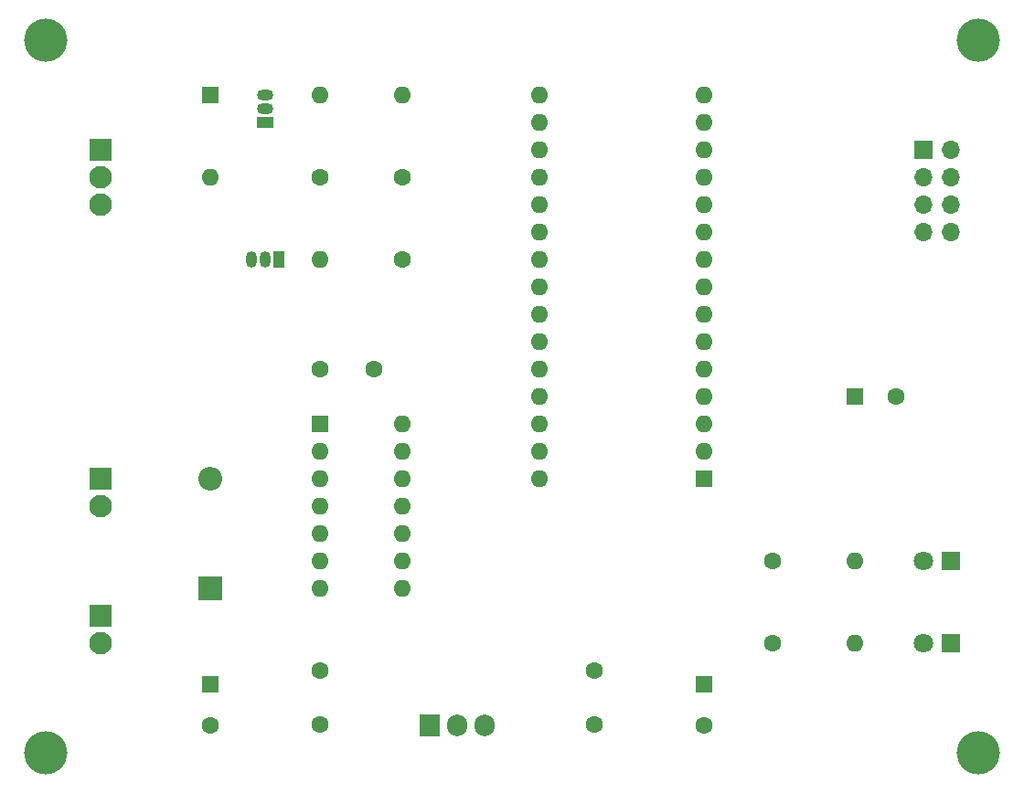
<source format=gbr>
%TF.GenerationSoftware,KiCad,Pcbnew,7.0.6*%
%TF.CreationDate,2023-08-10T18:19:11+02:00*%
%TF.ProjectId,ps2_mouse_to_serial_rev2,7073325f-6d6f-4757-9365-5f746f5f7365,rev?*%
%TF.SameCoordinates,Original*%
%TF.FileFunction,Soldermask,Bot*%
%TF.FilePolarity,Negative*%
%FSLAX46Y46*%
G04 Gerber Fmt 4.6, Leading zero omitted, Abs format (unit mm)*
G04 Created by KiCad (PCBNEW 7.0.6) date 2023-08-10 18:19:11*
%MOMM*%
%LPD*%
G01*
G04 APERTURE LIST*
%ADD10R,1.700000X1.700000*%
%ADD11O,1.700000X1.700000*%
%ADD12R,2.100000X2.100000*%
%ADD13C,2.100000*%
%ADD14R,1.600000X1.600000*%
%ADD15C,1.600000*%
%ADD16C,4.000500*%
%ADD17R,2.200000X2.200000*%
%ADD18O,2.200000X2.200000*%
%ADD19R,1.800000X1.800000*%
%ADD20C,1.800000*%
%ADD21O,1.600000X1.600000*%
%ADD22R,1.500000X1.050000*%
%ADD23O,1.500000X1.050000*%
%ADD24R,1.050000X1.500000*%
%ADD25O,1.050000X1.500000*%
%ADD26R,1.905000X2.000000*%
%ADD27O,1.905000X2.000000*%
G04 APERTURE END LIST*
D10*
%TO.C,J3*%
X109220000Y-38100000D03*
D11*
X111760000Y-38100000D03*
X109220000Y-40640000D03*
X111760000Y-40640000D03*
X109220000Y-43180000D03*
X111760000Y-43180000D03*
X109220000Y-45720000D03*
X111760000Y-45720000D03*
%TD*%
D12*
%TO.C,J1*%
X33020000Y-81280000D03*
D13*
X33020000Y-83820000D03*
%TD*%
D12*
%TO.C,J2*%
X33020000Y-38100000D03*
D13*
X33020000Y-40640000D03*
X33020000Y-43180000D03*
%TD*%
D14*
%TO.C,C4*%
X88900000Y-87640000D03*
D15*
X88900000Y-91440000D03*
%TD*%
D16*
%TO.C,*%
X27940000Y-27940000D03*
%TD*%
%TO.C,*%
X114300000Y-93980000D03*
%TD*%
D17*
%TO.C,D1*%
X43180000Y-78740000D03*
D18*
X43180000Y-68580000D03*
%TD*%
D19*
%TO.C,D2*%
X111760000Y-83820000D03*
D20*
X109220000Y-83820000D03*
%TD*%
D14*
%TO.C,U1*%
X53340000Y-63500000D03*
D21*
X53340000Y-66040000D03*
X53340000Y-68580000D03*
X53340000Y-71120000D03*
X53340000Y-73660000D03*
X53340000Y-76200000D03*
X53340000Y-78740000D03*
X60960000Y-78740000D03*
X60960000Y-76200000D03*
X60960000Y-73660000D03*
X60960000Y-71120000D03*
X60960000Y-68580000D03*
X60960000Y-66040000D03*
X60960000Y-63500000D03*
%TD*%
D14*
%TO.C,D3*%
X43180000Y-33020000D03*
D21*
X43180000Y-40640000D03*
%TD*%
D15*
%TO.C,R4*%
X60960000Y-40640000D03*
D21*
X60960000Y-33020000D03*
%TD*%
D15*
%TO.C,C2*%
X53340000Y-86360000D03*
X53340000Y-91360000D03*
%TD*%
%TO.C,R3*%
X53340000Y-40640000D03*
D21*
X53340000Y-33020000D03*
%TD*%
D19*
%TO.C,D4*%
X111760000Y-76200000D03*
D20*
X109220000Y-76200000D03*
%TD*%
D22*
%TO.C,U3*%
X48260000Y-35560000D03*
D23*
X48260000Y-34290000D03*
X48260000Y-33020000D03*
%TD*%
D16*
%TO.C,*%
X27940000Y-93980000D03*
%TD*%
D15*
%TO.C,R2*%
X60960000Y-48260000D03*
D21*
X53340000Y-48260000D03*
%TD*%
D15*
%TO.C,R5*%
X95250000Y-76200000D03*
D21*
X102870000Y-76200000D03*
%TD*%
D16*
%TO.C,*%
X114300000Y-27940000D03*
%TD*%
D15*
%TO.C,C3*%
X78740000Y-86360000D03*
X78740000Y-91360000D03*
%TD*%
D24*
%TO.C,Q1*%
X49530000Y-48260000D03*
D25*
X48260000Y-48260000D03*
X46990000Y-48260000D03*
%TD*%
D14*
%TO.C,A1*%
X88900000Y-68580000D03*
D21*
X88900000Y-66040000D03*
X88900000Y-63500000D03*
X88900000Y-60960000D03*
X88900000Y-58420000D03*
X88900000Y-55880000D03*
X88900000Y-53340000D03*
X88900000Y-50800000D03*
X88900000Y-48260000D03*
X88900000Y-45720000D03*
X88900000Y-43180000D03*
X88900000Y-40640000D03*
X88900000Y-38100000D03*
X88900000Y-35560000D03*
X88900000Y-33020000D03*
X73660000Y-33020000D03*
X73660000Y-35560000D03*
X73660000Y-38100000D03*
X73660000Y-40640000D03*
X73660000Y-43180000D03*
X73660000Y-45720000D03*
X73660000Y-48260000D03*
X73660000Y-50800000D03*
X73660000Y-53340000D03*
X73660000Y-55880000D03*
X73660000Y-58420000D03*
X73660000Y-60960000D03*
X73660000Y-63500000D03*
X73660000Y-66040000D03*
X73660000Y-68580000D03*
%TD*%
D15*
%TO.C,R1*%
X95250000Y-83820000D03*
D21*
X102870000Y-83820000D03*
%TD*%
D26*
%TO.C,U2*%
X63500000Y-91440000D03*
D27*
X66040000Y-91440000D03*
X68580000Y-91440000D03*
%TD*%
D14*
%TO.C,C1*%
X43180000Y-87640000D03*
D15*
X43180000Y-91440000D03*
%TD*%
D14*
%TO.C,C6*%
X102880000Y-60960000D03*
D15*
X106680000Y-60960000D03*
%TD*%
D12*
%TO.C,SW1*%
X33020000Y-68580000D03*
D13*
X33020000Y-71120000D03*
%TD*%
D15*
%TO.C,C5*%
X58340000Y-58420000D03*
X53340000Y-58420000D03*
%TD*%
M02*

</source>
